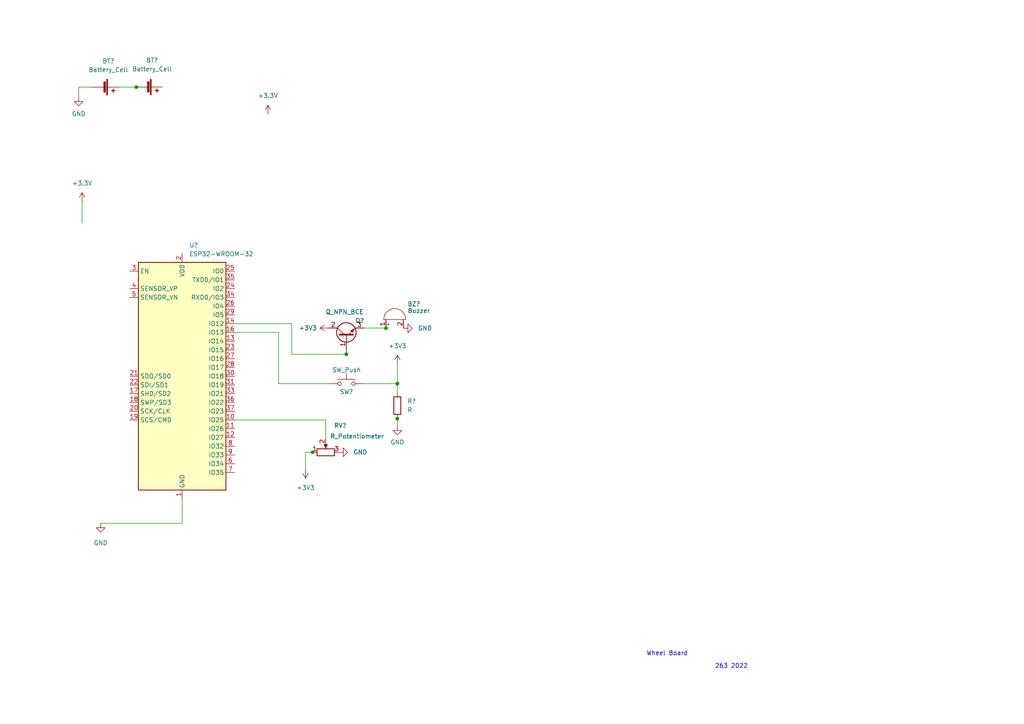
<source format=kicad_sch>
(kicad_sch (version 20211123) (generator eeschema)
  (paper "A4")
  (lib_symbols
    (symbol "Device:Battery_Cell" (pin_numbers hide) (pin_names (offset 0) hide)
      (property "Reference" "BT" (at 2.54 2.54 0))
      (property "Value" "Battery_Cell" (at 2.54 0 0))
      (symbol "Battery_Cell_0_1"
        (rectangle (start -2.286 1.778) (end 2.286 1.524) (fill (type outline)))
        (rectangle (start -1.5748 1.1938) (end 1.4732 0.6858) (fill (type outline)))
        (polyline (pts (xy 0 0.762) (xy 0 0)))
        (polyline (pts (xy 0 1.778) (xy 0 2.54)))
        (polyline (pts (xy 0.508 3.429) (xy 1.524 3.429)) (stroke (width 0.254)))
        (polyline (pts (xy 1.016 3.937) (xy 1.016 2.921)) (stroke (width 0.254)))
      )
      (symbol "Battery_Cell_1_1"
        (pin passive line (at 0 5.08 270) (length 2.54) (name "+") (number "1"))
        (pin passive line (at 0 -2.54 90) (length 2.54) (name "-") (number "2"))
      )
    )
    (symbol "Device:Buzzer" (pin_names (offset 0.0254) hide)
      (property "Reference" "BZ" (at 3.81 1.27 0))
      (property "Value" "Buzzer" (at 3.81 -1.27 0))
      (symbol "Buzzer_0_1"
        (arc (start 0 -3.175) (mid 3.175 0) (end 0 3.175))
        (polyline (pts (xy -1.651 1.905) (xy -1.143 1.905)))
        (polyline (pts (xy -1.397 2.159) (xy -1.397 1.651)))
        (polyline (pts (xy 0 3.175) (xy 0 -3.175)))
      )
      (symbol "Buzzer_1_1"
        (pin passive line (at -2.54 2.54 0) (length 2.54) (name "-") (number "1"))
        (pin passive line (at -2.54 -2.54 0) (length 2.54) (name "+") (number "2"))
      )
    )
    (symbol "Device:Q_NPN_BCE" (pin_names (offset 0) hide)
      (property "Reference" "Q" (at 5.08 1.27 0))
      (property "Value" "Q_NPN_BCE" (at 5.08 -1.27 0))
      (symbol "Q_NPN_BCE_0_1"
        (polyline (pts (xy 0.635 0.635) (xy 2.54 2.54)))
        (polyline (pts (xy 0.635 -0.635) (xy 2.54 -2.54) (xy 2.54 -2.54)))
        (polyline (pts (xy 0.635 1.905) (xy 0.635 -1.905) (xy 0.635 -1.905)) (stroke (width 0.508)))
        (polyline (pts (xy 1.27 -1.778) (xy 1.778 -1.27) (xy 2.286 -2.286) (xy 1.27 -1.778) (xy 1.27 -1.778)) (fill (type outline)))
        (circle (center 1.27 0) (radius 2.8194) (stroke (width 0.254)))
      )
      (symbol "Q_NPN_BCE_1_1"
        (pin input line (at -5.08 0 0) (length 5.715) (name "B") (number "1"))
        (pin passive line (at 2.54 5.08 270) (length 2.54) (name "C") (number "2"))
        (pin passive line (at 2.54 -5.08 90) (length 2.54) (name "E") (number "3"))
      )
    )
    (symbol "Device:R" (pin_numbers hide) (pin_names (offset 0))
      (property "Reference" "R" (at 2.032 0 90))
      (property "Value" "R" (at 0 0 90))
      (symbol "R_0_1"
        (rectangle (start -1.016 -2.54) (end 1.016 2.54) (stroke (width 0.254)))
      )
      (symbol "R_1_1"
        (pin passive line (at 0 3.81 270) (length 1.27) (name "~") (number "1"))
        (pin passive line (at 0 -3.81 90) (length 1.27) (name "~") (number "2"))
      )
    )
    (symbol "Device:R_Potentiometer" (pin_names (offset 1.016) hide)
      (property "Reference" "RV" (at -4.445 0 90))
      (property "Value" "R_Potentiometer" (at -2.54 0 90))
      (symbol "R_Potentiometer_0_1"
        (polyline (pts (xy 2.54 0) (xy 1.524 0)))
        (polyline (pts (xy 1.143 0) (xy 2.286 0.508) (xy 2.286 -0.508) (xy 1.143 0)) (fill (type outline)))
        (rectangle (start 1.016 2.54) (end -1.016 -2.54) (stroke (width 0.254)))
      )
      (symbol "R_Potentiometer_1_1"
        (pin passive line (at 0 3.81 270) (length 1.27) (name "1") (number "1"))
        (pin passive line (at 3.81 0 180) (length 1.27) (name "2") (number "2"))
        (pin passive line (at 0 -3.81 90) (length 1.27) (name "3") (number "3"))
      )
    )
    (symbol "RF_Module:ESP32-WROOM-32"
      (property "Reference" "U" (at -12.7 34.29 0))
      (property "Value" "ESP32-WROOM-32" (at 1.27 34.29 0))
      (symbol "ESP32-WROOM-32_0_1"
        (rectangle (start -12.7 33.02) (end 12.7 -33.02) (stroke (width 0.254)) (fill (type background)))
      )
      (symbol "ESP32-WROOM-32_1_1"
        (pin power_in line (at 0 -35.56 90) (length 2.54) (name "GND") (number "1"))
        (pin bidirectional line (at 15.24 -12.7 180) (length 2.54) (name "IO25") (number "10"))
        (pin bidirectional line (at 15.24 -15.24 180) (length 2.54) (name "IO26") (number "11"))
        (pin bidirectional line (at 15.24 -17.78 180) (length 2.54) (name "IO27") (number "12"))
        (pin bidirectional line (at 15.24 10.16 180) (length 2.54) (name "IO14") (number "13"))
        (pin bidirectional line (at 15.24 15.24 180) (length 2.54) (name "IO12") (number "14"))
        (pin passive line (at 0 -35.56 90) (length 2.54) hide (name "GND") (number "15"))
        (pin bidirectional line (at 15.24 12.7 180) (length 2.54) (name "IO13") (number "16"))
        (pin bidirectional line (at -15.24 -5.08 0) (length 2.54) (name "SHD/SD2") (number "17"))
        (pin bidirectional line (at -15.24 -7.62 0) (length 2.54) (name "SWP/SD3") (number "18"))
        (pin bidirectional line (at -15.24 -12.7 0) (length 2.54) (name "SCS/CMD") (number "19"))
        (pin power_in line (at 0 35.56 270) (length 2.54) (name "VDD") (number "2"))
        (pin bidirectional line (at -15.24 -10.16 0) (length 2.54) (name "SCK/CLK") (number "20"))
        (pin bidirectional line (at -15.24 0 0) (length 2.54) (name "SDO/SD0") (number "21"))
        (pin bidirectional line (at -15.24 -2.54 0) (length 2.54) (name "SDI/SD1") (number "22"))
        (pin bidirectional line (at 15.24 7.62 180) (length 2.54) (name "IO15") (number "23"))
        (pin bidirectional line (at 15.24 25.4 180) (length 2.54) (name "IO2") (number "24"))
        (pin bidirectional line (at 15.24 30.48 180) (length 2.54) (name "IO0") (number "25"))
        (pin bidirectional line (at 15.24 20.32 180) (length 2.54) (name "IO4") (number "26"))
        (pin bidirectional line (at 15.24 5.08 180) (length 2.54) (name "IO16") (number "27"))
        (pin bidirectional line (at 15.24 2.54 180) (length 2.54) (name "IO17") (number "28"))
        (pin bidirectional line (at 15.24 17.78 180) (length 2.54) (name "IO5") (number "29"))
        (pin input line (at -15.24 30.48 0) (length 2.54) (name "EN") (number "3"))
        (pin bidirectional line (at 15.24 0 180) (length 2.54) (name "IO18") (number "30"))
        (pin bidirectional line (at 15.24 -2.54 180) (length 2.54) (name "IO19") (number "31"))
        (pin no_connect line (at -12.7 -27.94 0) (length 2.54) hide (name "NC") (number "32"))
        (pin bidirectional line (at 15.24 -5.08 180) (length 2.54) (name "IO21") (number "33"))
        (pin bidirectional line (at 15.24 22.86 180) (length 2.54) (name "RXD0/IO3") (number "34"))
        (pin bidirectional line (at 15.24 27.94 180) (length 2.54) (name "TXD0/IO1") (number "35"))
        (pin bidirectional line (at 15.24 -7.62 180) (length 2.54) (name "IO22") (number "36"))
        (pin bidirectional line (at 15.24 -10.16 180) (length 2.54) (name "IO23") (number "37"))
        (pin passive line (at 0 -35.56 90) (length 2.54) hide (name "GND") (number "38"))
        (pin passive line (at 0 -35.56 90) (length 2.54) hide (name "GND") (number "39"))
        (pin input line (at -15.24 25.4 0) (length 2.54) (name "SENSOR_VP") (number "4"))
        (pin input line (at -15.24 22.86 0) (length 2.54) (name "SENSOR_VN") (number "5"))
        (pin input line (at 15.24 -25.4 180) (length 2.54) (name "IO34") (number "6"))
        (pin input line (at 15.24 -27.94 180) (length 2.54) (name "IO35") (number "7"))
        (pin bidirectional line (at 15.24 -20.32 180) (length 2.54) (name "IO32") (number "8"))
        (pin bidirectional line (at 15.24 -22.86 180) (length 2.54) (name "IO33") (number "9"))
      )
    )
    (symbol "Switch:SW_Push" (pin_numbers hide) (pin_names (offset 1.016) hide)
      (property "Reference" "SW" (at 1.27 2.54 0))
      (property "Value" "SW_Push" (at 0 -1.524 0))
      (symbol "SW_Push_0_1"
        (circle (center -2.032 0) (radius 0.508))
        (polyline (pts (xy 0 1.27) (xy 0 3.048)))
        (polyline (pts (xy 2.54 1.27) (xy -2.54 1.27)))
        (circle (center 2.032 0) (radius 0.508))
        (pin passive line (at -5.08 0 0) (length 2.54) (name "1") (number "1"))
        (pin passive line (at 5.08 0 180) (length 2.54) (name "2") (number "2"))
      )
    )
    (symbol "power:+3.3V" (power) (pin_names (offset 0))
      (property "Value" "+3.3V" (at 0 3.556 0))
      (symbol "+3.3V_0_1"
        (polyline (pts (xy -0.762 1.27) (xy 0 2.54)))
        (polyline (pts (xy 0 0) (xy 0 2.54)))
        (polyline (pts (xy 0 2.54) (xy 0.762 1.27)))
      )
      (symbol "+3.3V_1_1"
        (pin power_in line (at 0 0 90) (length 0) hide (name "+3.3V") (number "1"))
      )
    )
    (symbol "power:+3V3" (power) (pin_names (offset 0))
      (property "Value" "+3V3" (at 0 3.556 0))
      (symbol "+3V3_0_1"
        (polyline (pts (xy -0.762 1.27) (xy 0 2.54)))
        (polyline (pts (xy 0 0) (xy 0 2.54)))
        (polyline (pts (xy 0 2.54) (xy 0.762 1.27)))
      )
      (symbol "+3V3_1_1"
        (pin power_in line (at 0 0 90) (length 0) hide (name "+3V3") (number "1"))
      )
    )
    (symbol "power:GND" (power) (pin_names (offset 0))
      (property "Value" "GND" (at 0 -3.81 0))
      (symbol "GND_0_1"
        (polyline (pts (xy 0 0) (xy 0 -1.27) (xy 1.27 -1.27) (xy 0 -2.54) (xy -1.27 -1.27) (xy 0 -1.27)))
      )
      (symbol "GND_1_1"
        (pin power_in line (at 0 0 270) (length 0) hide (name "GND") (number "1"))
      )
    )
  )
  (junction (at 115.2223 121.4474))
  (junction (at 111.9617 95.2095))
  (junction (at 39.5441 25.2466))
  (junction (at 115.2541 111.2718))
  (junction (at 115.2223 111.2718))
  (junction (at 100.4484 102.7628))
  (junction (at 90.6632 131.1746))
  (wire (pts (xy 29.2075 151.7927) (xy 52.8279 151.7927)))
  (wire (pts (xy 23.8103 64.6591) (xy 23.8103 58.4485)))
  (wire (pts (xy 95.4043 111.2718) (xy 80.804 111.2718)))
  (wire (pts (xy 22.837 25.2759) (xy 22.837 28.1579)))
  (wire (pts (xy 90.701 131.1701) (xy 90.6632 131.1746)))
  (wire (pts (xy 80.804 96.4144) (xy 68.0679 96.4144)))
  (wire (pts (xy 115.2541 123.5828) (xy 115.2541 121.4474)))
  (wire (pts (xy 84.6299 102.7628) (xy 100.4484 102.7628)))
  (wire (pts (xy 115.2223 113.8274) (xy 115.2223 111.2718)))
  (wire (pts (xy 100.4484 102.7511) (xy 100.4484 102.7628)))
  (wire (pts (xy 115.2541 111.2718) (xy 115.2541 105.5558)))
  (wire (pts (xy 39.5441 25.2759) (xy 39.5441 25.2466)))
  (wire (pts (xy 111.9617 95.1428) (xy 111.9617 95.2095)))
  (wire (pts (xy 68.0679 121.8144) (xy 94.4732 121.8144)))
  (wire (pts (xy 52.8279 151.7927) (xy 52.8279 144.6744)))
  (wire (pts (xy 80.804 111.2718) (xy 80.804 96.4144)))
  (wire (pts (xy 68.0679 93.8744) (xy 84.6299 93.8744)))
  (wire (pts (xy 88.6185 136.0914) (xy 88.6185 131.1701)))
  (wire (pts (xy 34.4978 25.2759) (xy 39.5441 25.2759)))
  (wire (pts (xy 88.6185 131.1701) (xy 90.701 131.1701)))
  (wire (pts (xy 84.6299 93.8744) (xy 84.6299 102.7628)))
  (wire (pts (xy 105.5643 111.2718) (xy 115.2223 111.2718)))
  (wire (pts (xy 105.5284 95.1428) (xy 111.9617 95.1428)))
  (wire (pts (xy 115.2223 111.2718) (xy 115.2541 111.2718)))
  (wire (pts (xy 115.2541 121.4474) (xy 115.2223 121.4474)))
  (wire (pts (xy 94.4732 121.8144) (xy 94.4732 127.3646)))
  (wire (pts (xy 26.8778 25.2759) (xy 22.837 25.2759)))
  (text "Wheel Board\n" (at 187.4507 190.3597 0) (effects (font (size 1.27 1.27)) (justify left bottom)))
  (text "263 2022" (at 207.3291 194.0409 0) (effects (font (size 1.27 1.27)) (justify left bottom)))
  (symbol (lib_id "power:+3.3V") (at 23.8103 58.4485 0) (unit 1)
    (property "Reference" "#PWR?" (effects hide))
    (property "Value" "+3.3V" (at 23.8103 53.1432 0))
  )
  (symbol (lib_id "power:+3V3") (at 95.3684 95.1428 90) (unit 1)
    (property "Reference" "#PWR?" (effects hide))
    (property "Value" "+3V3" (at 91.9375 95.1427 90) (effects (justify left)))
  )
  (symbol (lib_id "power:GND") (at 29.2075 151.7927 0) (unit 1)
    (property "Reference" "#PWR?" (effects hide))
    (property "Value" "GND" (at 29.2075 157.48 0))
  )
  (symbol (lib_id "power:+3V3") (at 88.6185 136.0914 180) (unit 1)
    (property "Reference" "#PWR?" (effects hide))
    (property "Value" "+3V3" (at 88.6185 141.4357 0))
  )
  (symbol (lib_id "RF_Module:ESP32-WROOM-32") (at 52.8279 109.1144 0) (unit 1)
    (property "Reference" "U?" (at 54.8473 71.12 0) (effects (justify left)))
    (property "Value" "ESP32-WROOM-32" (at 54.8473 73.66 0) (effects (justify left)))
    (property "Footprint" "RF_Module:ESP32-WROOM-32" (effects hide))
    (property "Datasheet" "https://www.espressif.com/sites/default/files/documentation/esp32-wroom-32_datasheet_en.pdf" (effects hide))
  )
  (symbol (lib_id "Device:Battery_Cell") (at 29.4178 25.2759 270) (unit 1)
    (property "Reference" "BT?" (at 31.4498 17.7045 90))
    (property "Value" "Battery_Cell" (at 31.4498 20.2445 90))
  )
  (symbol (lib_id "power:GND") (at 98.2832 131.1746 90) (unit 1)
    (property "Reference" "#PWR?" (effects hide))
    (property "Value" "GND" (at 102.4562 131.1745 90) (effects (justify right)))
  )
  (symbol (lib_id "Switch:SW_Push") (at 100.4843 111.2718 0) (unit 1)
    (property "Reference" "SW?" (at 100.5018 113.6314 0))
    (property "Value" "SW_Push" (at 100.523 107.2939 0))
  )
  (symbol (lib_id "power:GND") (at 22.837 28.1579 0) (unit 1)
    (property "Reference" "#PWR?" (effects hide))
    (property "Value" "GND" (at 22.837 33.02 0))
  )
  (symbol (lib_id "power:GND") (at 117.0417 95.2095 90) (unit 1)
    (property "Reference" "#PWR?" (effects hide))
    (property "Value" "GND" (at 121.2147 95.2094 90) (effects (justify right)))
  )
  (symbol (lib_id "Device:Battery_Cell") (at 42.0841 25.2466 270) (unit 1)
    (property "Reference" "BT?" (at 44.1161 17.4864 90))
    (property "Value" "Battery_Cell" (at 44.1161 20.0264 90))
  )
  (symbol (lib_id "Device:Buzzer") (at 114.5017 92.6695 90) (unit 1)
    (property "Reference" "BZ?" (at 118.1451 88.1954 90) (effects (justify right)))
    (property "Value" "Buzzer" (at 118.2206 90.121 90) (effects (justify right)))
  )
  (symbol (lib_id "Device:R_Potentiometer") (at 94.4732 131.1746 90) (unit 1)
    (property "Reference" "RV?" (at 98.7018 123.4221 90))
    (property "Value" "R_Potentiometer" (at 103.5849 126.5181 90))
  )
  (symbol (lib_id "Device:Q_NPN_BCE") (at 100.4484 97.6828 90) (unit 1)
    (property "Reference" "Q?" (at 105.662 93.0252 90) (effects (justify left)))
    (property "Value" "Q_NPN_BCE" (at 105.5076 90.4714 90) (effects (justify left)))
  )
  (symbol (lib_id "power:GND") (at 115.2541 123.5828 0) (unit 1)
    (property "Reference" "#PWR?" (effects hide))
    (property "Value" "GND" (at 115.2541 128.27 0))
  )
  (symbol (lib_id "power:+3.3V") (at 77.6961 33.0536 0) (unit 1)
    (property "Reference" "#PWR?" (effects hide))
    (property "Value" "+3.3V" (at 77.6961 27.7483 0))
  )
  (symbol (lib_id "Device:R") (at 115.2223 117.6374 180) (unit 1)
    (property "Reference" "R?" (at 118.11 116.3673 0) (effects (justify right)))
    (property "Value" "R" (at 118.11 118.9073 0) (effects (justify right)))
  )
  (symbol (lib_id "power:+3V3") (at 115.2541 105.5558 0) (unit 1)
    (property "Reference" "#PWR?" (effects hide))
    (property "Value" "+3V3" (at 115.2541 100.33 0))
  )
)
</source>
